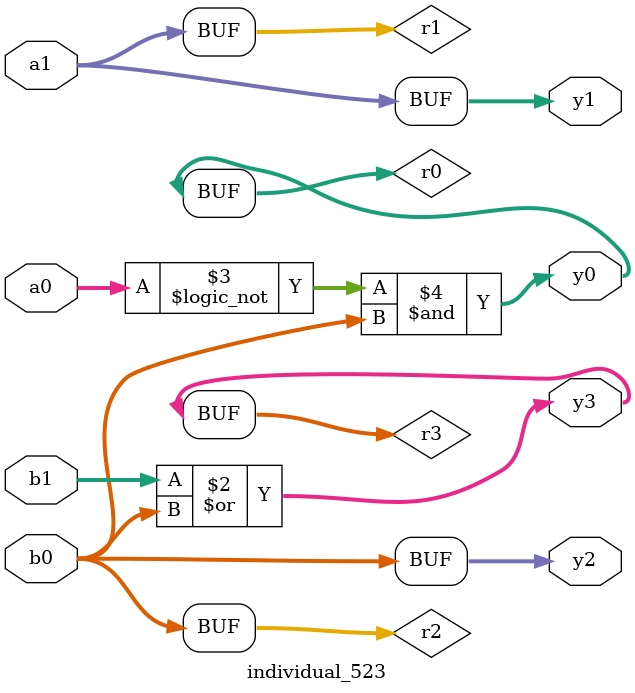
<source format=sv>
module individual_523(input logic [15:0] a1, input logic [15:0] a0, input logic [15:0] b1, input logic [15:0] b0, output logic [15:0] y3, output logic [15:0] y2, output logic [15:0] y1, output logic [15:0] y0);
logic [15:0] r0, r1, r2, r3; 
 always@(*) begin 
	 r0 = a0; r1 = a1; r2 = b0; r3 = b1; 
 	 r3  |=  r2 ;
 	 r0 = ! r0 ;
 	 r0  &=  r2 ;
 	 y3 = r3; y2 = r2; y1 = r1; y0 = r0; 
end
endmodule
</source>
